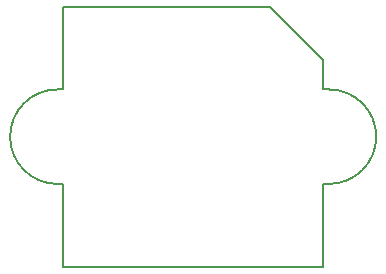
<source format=gbr>
G04 (created by PCBNEW (2013-may-18)-stable) date Вс 25 окт 2015 21:35:21*
%MOIN*%
G04 Gerber Fmt 3.4, Leading zero omitted, Abs format*
%FSLAX34Y34*%
G01*
G70*
G90*
G04 APERTURE LIST*
%ADD10C,0.00393701*%
%ADD11C,0.00590551*%
G04 APERTURE END LIST*
G54D10*
G54D11*
X5430Y-10145D02*
G75*
G03X7005Y-11720I1574J0D01*
G74*
G01*
X7005Y-8570D02*
G75*
G03X5430Y-10145I0J-1574D01*
G74*
G01*
X16060Y-11720D02*
G75*
G03X17635Y-10145I0J1574D01*
G74*
G01*
X17635Y-10145D02*
G75*
G03X16060Y-8570I-1574J0D01*
G74*
G01*
X15863Y-11720D02*
X16060Y-11720D01*
X15863Y-8570D02*
X16060Y-8570D01*
X7005Y-11720D02*
X7201Y-11720D01*
X7201Y-8570D02*
X7005Y-8570D01*
X7201Y-5814D02*
X7201Y-8570D01*
X14091Y-5814D02*
X7201Y-5814D01*
X15863Y-7586D02*
X14091Y-5814D01*
X15863Y-8570D02*
X15863Y-7586D01*
X15863Y-14475D02*
X15863Y-11720D01*
X7201Y-14475D02*
X15863Y-14475D01*
X7201Y-14475D02*
X7201Y-11720D01*
M02*

</source>
